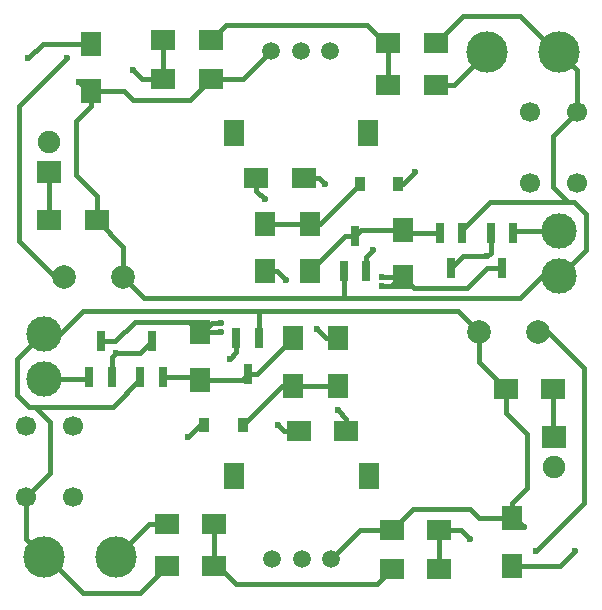
<source format=gbl>
G04 #@! TF.FileFunction,Copper,L2,Bot,Signal*
%FSLAX46Y46*%
G04 Gerber Fmt 4.6, Leading zero omitted, Abs format (unit mm)*
G04 Created by KiCad (PCBNEW 0.201603210401+6634~43~ubuntu14.04.1-product) date mån 28 mar 2016 17:16:37*
%MOMM*%
G01*
G04 APERTURE LIST*
%ADD10C,0.050000*%
%ADD11R,2.000000X1.700000*%
%ADD12R,0.910000X1.220000*%
%ADD13R,0.800100X1.800860*%
%ADD14R,1.700000X2.000000*%
%ADD15C,3.500120*%
%ADD16C,1.700000*%
%ADD17C,1.998980*%
%ADD18R,2.000000X1.900000*%
%ADD19C,1.900000*%
%ADD20C,1.500000*%
%ADD21R,1.800000X2.200000*%
%ADD22C,2.999740*%
%ADD23C,0.600000*%
%ADD24C,0.400000*%
G04 APERTURE END LIST*
D10*
D11*
X128809500Y-135699500D03*
X124809500Y-135699500D03*
X117633500Y-143573500D03*
X113633500Y-143573500D03*
X117633500Y-147129500D03*
X113633500Y-147129500D03*
D12*
X116792500Y-135191500D03*
X120062500Y-135191500D03*
D13*
X113281500Y-131104640D03*
X111381500Y-131104640D03*
X112331500Y-128102360D03*
D14*
X116395500Y-127349500D03*
X116395500Y-131349500D03*
X128079500Y-127857500D03*
X128079500Y-131857500D03*
X124269500Y-131857500D03*
X124269500Y-127857500D03*
D13*
X108963500Y-131104640D03*
X107063500Y-131104640D03*
X108013500Y-128102360D03*
X119509500Y-127848360D03*
X121409500Y-127848360D03*
X120459500Y-130850640D03*
D14*
X142811500Y-143097500D03*
X142811500Y-147097500D03*
D11*
X136683500Y-147383500D03*
X132683500Y-147383500D03*
X146335500Y-132143500D03*
X142335500Y-132143500D03*
X136683500Y-144081500D03*
X132683500Y-144081500D03*
D15*
X103187500Y-146367500D03*
D16*
X105663500Y-135287500D03*
X105663500Y-141287500D03*
X101663500Y-135287500D03*
X101663500Y-141287500D03*
D15*
X109283500Y-146367500D03*
D17*
X145056860Y-127317500D03*
X140058140Y-127317500D03*
D18*
X146367500Y-136207500D03*
D19*
X146367500Y-138747500D03*
D20*
X122531500Y-146509500D03*
X125031500Y-146509500D03*
X127531500Y-146509500D03*
D21*
X130731500Y-139509500D03*
X119331500Y-139509500D03*
D22*
X103187500Y-131254500D03*
X103187500Y-127444500D03*
X146812000Y-118745000D03*
X146812000Y-122555000D03*
D11*
X132366000Y-106426000D03*
X136366000Y-106426000D03*
D14*
X133604000Y-122650000D03*
X133604000Y-118650000D03*
X107188000Y-106902000D03*
X107188000Y-102902000D03*
D11*
X113316000Y-105918000D03*
X117316000Y-105918000D03*
D12*
X133207000Y-114808000D03*
X129937000Y-114808000D03*
D18*
X103632000Y-113792000D03*
D19*
X103632000Y-111252000D03*
D13*
X141036000Y-118894860D03*
X142936000Y-118894860D03*
X141986000Y-121897140D03*
X136718000Y-118894860D03*
X138618000Y-118894860D03*
X137668000Y-121897140D03*
X130490000Y-122151140D03*
X128590000Y-122151140D03*
X129540000Y-119148860D03*
D11*
X132366000Y-102870000D03*
X136366000Y-102870000D03*
D14*
X125730000Y-118142000D03*
X125730000Y-122142000D03*
X121920000Y-122142000D03*
X121920000Y-118142000D03*
D11*
X103664000Y-117856000D03*
X107664000Y-117856000D03*
X121190000Y-114300000D03*
X125190000Y-114300000D03*
X113316000Y-102616000D03*
X117316000Y-102616000D03*
D16*
X144336000Y-114712000D03*
X144336000Y-108712000D03*
X148336000Y-114712000D03*
X148336000Y-108712000D03*
D15*
X140716000Y-103632000D03*
X146812000Y-103632000D03*
D20*
X127468000Y-103490000D03*
X124968000Y-103490000D03*
X122468000Y-103490000D03*
D21*
X119268000Y-110490000D03*
X130668000Y-110490000D03*
D17*
X104942640Y-122682000D03*
X109941360Y-122682000D03*
D23*
X143827500Y-143827500D03*
X106172000Y-106172000D03*
X144843500Y-145859500D03*
X105156000Y-104140000D03*
X109283500Y-129095500D03*
X140716000Y-120904000D03*
X115379500Y-136207500D03*
X134620000Y-113792000D03*
X118173500Y-126555500D03*
X118173500Y-127317500D03*
X148145500Y-145859500D03*
X126301500Y-127063500D03*
X128079500Y-133921500D03*
X121920000Y-116078000D03*
X101854000Y-104140000D03*
X123698000Y-122936000D03*
X131826000Y-123444000D03*
X131826000Y-122682000D03*
X122999500Y-135191500D03*
X118935500Y-129603500D03*
X127000000Y-114808000D03*
X131064000Y-120396000D03*
X139255500Y-144843500D03*
X110744000Y-105156000D03*
D24*
X106489500Y-149415500D02*
X111347500Y-149415500D01*
X103187500Y-146367500D02*
X103441500Y-146367500D01*
X103441500Y-146367500D02*
X106489500Y-149415500D01*
X101663500Y-144843500D02*
X103187500Y-146367500D01*
X111347500Y-149415500D02*
X113633500Y-147129500D01*
X103060500Y-127444500D02*
X100901500Y-129603500D01*
X100901500Y-129603500D02*
X100901500Y-132651500D01*
X109029500Y-133667500D02*
X101917500Y-133667500D01*
X101917500Y-133667500D02*
X102425500Y-133667500D01*
X100901500Y-132651500D02*
X101917500Y-133667500D01*
X103695500Y-139255500D02*
X101663500Y-141287500D01*
X101663500Y-141287500D02*
X101663500Y-144843500D01*
X103695500Y-134937500D02*
X103695500Y-139255500D01*
X102425500Y-133667500D02*
X103695500Y-134937500D01*
X101663500Y-141287500D02*
X102171500Y-141287500D01*
X111381500Y-131104640D02*
X111381500Y-131315500D01*
X111381500Y-131315500D02*
X109029500Y-133667500D01*
X121409500Y-125539500D02*
X121475500Y-125539500D01*
X121409500Y-127848360D02*
X121409500Y-125539500D01*
X106489500Y-125539500D02*
X121475500Y-125539500D01*
X103187500Y-127444500D02*
X103060500Y-127444500D01*
X105473500Y-126555500D02*
X106489500Y-125539500D01*
X104584500Y-127444500D02*
X105473500Y-126555500D01*
X104584500Y-127444500D02*
X105473500Y-126555500D01*
X103187500Y-127444500D02*
X104584500Y-127444500D01*
X140058140Y-127317500D02*
X140058140Y-128260860D01*
X142335500Y-134207500D02*
X144081500Y-135953500D01*
X142335500Y-132143500D02*
X142335500Y-134207500D01*
X140058140Y-129866140D02*
X142335500Y-132143500D01*
X140058140Y-127317500D02*
X140058140Y-129866140D01*
X142811500Y-143097500D02*
X140049500Y-143097500D01*
X142811500Y-141795500D02*
X144081500Y-140525500D01*
X142811500Y-141795500D02*
X142811500Y-143097500D01*
X142811500Y-143097500D02*
X143097500Y-143097500D01*
X143097500Y-143097500D02*
X143827500Y-143827500D01*
X144081500Y-135953500D02*
X144081500Y-140525500D01*
X121475500Y-125539500D02*
X130873500Y-125539500D01*
X129959500Y-144081500D02*
X127531500Y-146509500D01*
X132683500Y-144081500D02*
X129959500Y-144081500D01*
X138280140Y-125539500D02*
X140058140Y-127317500D01*
X130873500Y-125539500D02*
X138280140Y-125539500D01*
X134461500Y-142303500D02*
X132683500Y-144081500D01*
X140049500Y-143097500D02*
X139255500Y-142303500D01*
X139255500Y-142303500D02*
X134461500Y-142303500D01*
X117316000Y-105918000D02*
X120040000Y-105918000D01*
X120040000Y-105918000D02*
X122468000Y-103490000D01*
X107188000Y-106902000D02*
X109950000Y-106902000D01*
X115538000Y-107696000D02*
X117316000Y-105918000D01*
X110744000Y-107696000D02*
X115538000Y-107696000D01*
X109950000Y-106902000D02*
X110744000Y-107696000D01*
X146812000Y-103632000D02*
X146558000Y-103632000D01*
X146558000Y-103632000D02*
X143510000Y-100584000D01*
X138652000Y-100584000D02*
X136366000Y-102870000D01*
X143510000Y-100584000D02*
X138652000Y-100584000D01*
X148336000Y-108712000D02*
X148336000Y-105156000D01*
X148336000Y-105156000D02*
X146812000Y-103632000D01*
X109941360Y-122682000D02*
X109941360Y-120133360D01*
X109941360Y-120133360D02*
X107664000Y-117856000D01*
X119126000Y-124460000D02*
X111719360Y-124460000D01*
X111719360Y-124460000D02*
X109941360Y-122682000D01*
X105918000Y-114046000D02*
X105918000Y-109474000D01*
X107188000Y-108204000D02*
X107188000Y-106902000D01*
X107188000Y-108204000D02*
X105918000Y-109474000D01*
X107664000Y-117856000D02*
X107664000Y-115792000D01*
X107664000Y-115792000D02*
X105918000Y-114046000D01*
X148336000Y-108712000D02*
X147828000Y-108712000D01*
X107188000Y-106902000D02*
X106902000Y-106902000D01*
X106902000Y-106902000D02*
X106172000Y-106172000D01*
X109941360Y-122682000D02*
X109941360Y-121738640D01*
X138618000Y-118894860D02*
X138618000Y-118684000D01*
X138618000Y-118684000D02*
X140970000Y-116332000D01*
X140970000Y-116332000D02*
X148082000Y-116332000D01*
X146812000Y-122555000D02*
X146939000Y-122555000D01*
X146939000Y-122555000D02*
X149098000Y-120396000D01*
X146304000Y-110744000D02*
X148336000Y-108712000D01*
X146304000Y-115062000D02*
X146304000Y-110744000D01*
X147574000Y-116332000D02*
X146304000Y-115062000D01*
X148082000Y-116332000D02*
X147574000Y-116332000D01*
X149098000Y-117348000D02*
X148082000Y-116332000D01*
X149098000Y-120396000D02*
X149098000Y-117348000D01*
X146812000Y-122555000D02*
X145415000Y-122555000D01*
X145415000Y-122555000D02*
X144526000Y-123444000D01*
X145415000Y-122555000D02*
X144526000Y-123444000D01*
X144526000Y-123444000D02*
X143510000Y-124460000D01*
X143510000Y-124460000D02*
X128524000Y-124460000D01*
X128590000Y-122151140D02*
X128590000Y-124460000D01*
X128590000Y-124460000D02*
X128524000Y-124460000D01*
X128524000Y-124460000D02*
X119126000Y-124460000D01*
X145859500Y-127317500D02*
X145056860Y-127317500D01*
X148907500Y-130365500D02*
X145859500Y-127317500D01*
X144843500Y-145859500D02*
X148907500Y-141795500D01*
X148907500Y-141795500D02*
X148907500Y-130365500D01*
X101092000Y-119634000D02*
X104140000Y-122682000D01*
X101092000Y-108204000D02*
X101092000Y-119634000D01*
X105156000Y-104140000D02*
X101092000Y-108204000D01*
X104140000Y-122682000D02*
X104942640Y-122682000D01*
X103187500Y-131254500D02*
X106913640Y-131254500D01*
X106913640Y-131254500D02*
X107063500Y-131104640D01*
X146812000Y-118745000D02*
X143085860Y-118745000D01*
X143085860Y-118745000D02*
X142936000Y-118894860D01*
X111338360Y-129095500D02*
X112331500Y-128102360D01*
X109283500Y-129095500D02*
X108963500Y-129415500D01*
X108963500Y-129415500D02*
X108963500Y-131104640D01*
X109283500Y-129095500D02*
X111338360Y-129095500D01*
X140716000Y-120904000D02*
X138661140Y-120904000D01*
X138661140Y-120904000D02*
X137668000Y-121897140D01*
X140716000Y-120904000D02*
X141036000Y-120584000D01*
X141036000Y-120584000D02*
X141036000Y-118894860D01*
X116395500Y-135191500D02*
X115379500Y-136207500D01*
X116792500Y-135191500D02*
X116395500Y-135191500D01*
X133207000Y-114808000D02*
X133604000Y-114808000D01*
X133604000Y-114808000D02*
X134620000Y-113792000D01*
X117633500Y-147129500D02*
X117919500Y-147129500D01*
X117633500Y-143573500D02*
X117633500Y-147129500D01*
X117919500Y-147129500D02*
X119443500Y-148653500D01*
X119443500Y-148653500D02*
X131413500Y-148653500D01*
X131413500Y-148653500D02*
X132683500Y-147383500D01*
X132366000Y-102870000D02*
X132080000Y-102870000D01*
X132080000Y-102870000D02*
X130556000Y-101346000D01*
X118586000Y-101346000D02*
X117316000Y-102616000D01*
X130556000Y-101346000D02*
X118586000Y-101346000D01*
X132366000Y-106426000D02*
X132366000Y-102870000D01*
X112077500Y-143573500D02*
X113633500Y-143573500D01*
X109283500Y-146367500D02*
X111569500Y-144081500D01*
X111569500Y-144081500D02*
X112077500Y-143573500D01*
X140716000Y-103632000D02*
X138430000Y-105918000D01*
X137922000Y-106426000D02*
X136366000Y-106426000D01*
X138430000Y-105918000D02*
X137922000Y-106426000D01*
X110934500Y-126428500D02*
X115474500Y-126428500D01*
X115474500Y-126428500D02*
X116395500Y-127349500D01*
X109260640Y-128102360D02*
X110934500Y-126428500D01*
X108013500Y-128102360D02*
X109260640Y-128102360D01*
X117411500Y-126555500D02*
X118173500Y-126555500D01*
X116617500Y-127349500D02*
X117411500Y-126555500D01*
X116395500Y-127349500D02*
X116617500Y-127349500D01*
X116395500Y-127349500D02*
X118141500Y-127349500D01*
X118141500Y-127349500D02*
X118173500Y-127317500D01*
X146907500Y-147097500D02*
X148145500Y-145859500D01*
X142811500Y-147097500D02*
X146907500Y-147097500D01*
X127095500Y-127857500D02*
X126301500Y-127063500D01*
X128079500Y-127857500D02*
X127095500Y-127857500D01*
X128809500Y-135699500D02*
X128809500Y-134651500D01*
X128809500Y-134651500D02*
X128079500Y-133921500D01*
X121190000Y-114300000D02*
X121190000Y-115348000D01*
X121190000Y-115348000D02*
X121920000Y-116078000D01*
X107188000Y-102902000D02*
X103092000Y-102902000D01*
X103092000Y-102902000D02*
X101854000Y-104140000D01*
X121920000Y-122142000D02*
X122904000Y-122142000D01*
X122904000Y-122142000D02*
X123698000Y-122936000D01*
X133604000Y-122650000D02*
X133382000Y-122650000D01*
X133382000Y-122650000D02*
X132588000Y-123444000D01*
X132588000Y-123444000D02*
X131826000Y-123444000D01*
X133604000Y-122650000D02*
X131858000Y-122650000D01*
X131858000Y-122650000D02*
X131826000Y-122682000D01*
X141986000Y-121897140D02*
X140738860Y-121897140D01*
X139065000Y-123571000D02*
X134525000Y-123571000D01*
X140738860Y-121897140D02*
X139065000Y-123571000D01*
X134525000Y-123571000D02*
X133604000Y-122650000D01*
X120459500Y-130850640D02*
X121276360Y-130850640D01*
X119960640Y-131349500D02*
X120459500Y-130850640D01*
X113281500Y-131104640D02*
X116150640Y-131104640D01*
X116150640Y-131104640D02*
X116395500Y-131349500D01*
X116395500Y-131349500D02*
X119960640Y-131349500D01*
X121276360Y-130850640D02*
X124269500Y-127857500D01*
X129540000Y-119148860D02*
X128723140Y-119148860D01*
X128723140Y-119148860D02*
X125730000Y-122142000D01*
X133604000Y-118650000D02*
X130038860Y-118650000D01*
X130038860Y-118650000D02*
X129540000Y-119148860D01*
X136718000Y-118894860D02*
X133848860Y-118894860D01*
X133848860Y-118894860D02*
X133604000Y-118650000D01*
X119509500Y-127848360D02*
X119509500Y-129029500D01*
X119509500Y-129029500D02*
X118935500Y-129603500D01*
X122999500Y-135191500D02*
X123507500Y-135699500D01*
X123507500Y-135699500D02*
X124809500Y-135699500D01*
X126492000Y-114300000D02*
X125190000Y-114300000D01*
X127000000Y-114808000D02*
X126492000Y-114300000D01*
X130490000Y-122151140D02*
X130490000Y-120970000D01*
X130490000Y-120970000D02*
X131064000Y-120396000D01*
X136683500Y-144081500D02*
X138493500Y-144081500D01*
X136683500Y-147383500D02*
X136683500Y-144081500D01*
X138493500Y-144081500D02*
X139255500Y-144843500D01*
X113316000Y-105918000D02*
X111506000Y-105918000D01*
X111506000Y-105918000D02*
X110744000Y-105156000D01*
X113316000Y-102616000D02*
X113316000Y-105918000D01*
X123396500Y-131857500D02*
X120062500Y-135191500D01*
X124269500Y-131857500D02*
X123396500Y-131857500D01*
X128079500Y-131857500D02*
X124269500Y-131857500D01*
X125730000Y-118142000D02*
X126603000Y-118142000D01*
X126603000Y-118142000D02*
X129937000Y-114808000D01*
X121920000Y-118142000D02*
X125730000Y-118142000D01*
X146335500Y-132143500D02*
X146367500Y-132143500D01*
X146335500Y-136175500D02*
X146367500Y-136207500D01*
X146335500Y-132143500D02*
X146335500Y-136175500D01*
X103664000Y-117856000D02*
X103664000Y-113824000D01*
X103664000Y-113824000D02*
X103632000Y-113792000D01*
X103664000Y-117856000D02*
X103632000Y-117856000D01*
M02*

</source>
